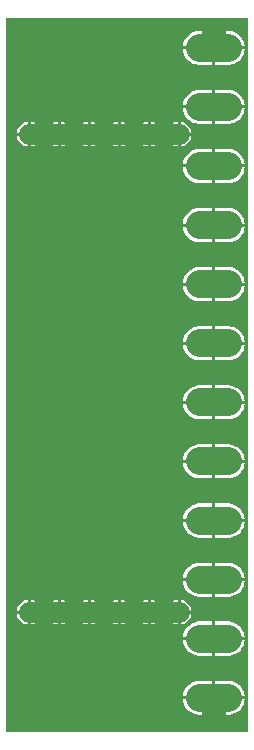
<source format=gbr>
G04 EAGLE Gerber RS-274X export*
G75*
%MOMM*%
%FSLAX34Y34*%
%LPD*%
%INTop Copper*%
%IPPOS*%
%AMOC8*
5,1,8,0,0,1.08239X$1,22.5*%
G01*
%ADD10C,2.380000*%
%ADD11P,1.649562X8X112.500000*%
%ADD12C,1.800000*%
%ADD13C,2.000000*%

G36*
X214270Y10172D02*
X214270Y10172D01*
X214336Y10174D01*
X214379Y10192D01*
X214426Y10200D01*
X214483Y10234D01*
X214543Y10259D01*
X214578Y10290D01*
X214619Y10315D01*
X214661Y10366D01*
X214709Y10410D01*
X214731Y10452D01*
X214760Y10489D01*
X214781Y10551D01*
X214812Y10610D01*
X214820Y10664D01*
X214832Y10701D01*
X214831Y10741D01*
X214839Y10795D01*
X214839Y614205D01*
X214828Y614270D01*
X214826Y614336D01*
X214808Y614379D01*
X214800Y614426D01*
X214766Y614483D01*
X214741Y614543D01*
X214710Y614578D01*
X214685Y614619D01*
X214634Y614661D01*
X214590Y614709D01*
X214548Y614731D01*
X214511Y614760D01*
X214449Y614781D01*
X214390Y614812D01*
X214336Y614820D01*
X214299Y614832D01*
X214259Y614831D01*
X214205Y614839D01*
X10795Y614839D01*
X10730Y614828D01*
X10664Y614826D01*
X10621Y614808D01*
X10574Y614800D01*
X10517Y614766D01*
X10457Y614741D01*
X10422Y614710D01*
X10381Y614685D01*
X10339Y614634D01*
X10291Y614590D01*
X10269Y614548D01*
X10240Y614511D01*
X10219Y614449D01*
X10188Y614390D01*
X10180Y614336D01*
X10168Y614299D01*
X10169Y614259D01*
X10161Y614205D01*
X10161Y10795D01*
X10172Y10730D01*
X10174Y10664D01*
X10192Y10621D01*
X10200Y10574D01*
X10234Y10517D01*
X10259Y10457D01*
X10290Y10422D01*
X10315Y10381D01*
X10366Y10339D01*
X10410Y10291D01*
X10452Y10269D01*
X10489Y10240D01*
X10551Y10219D01*
X10610Y10188D01*
X10664Y10180D01*
X10701Y10168D01*
X10741Y10169D01*
X10795Y10161D01*
X214205Y10161D01*
X214270Y10172D01*
G37*
%LPC*%
G36*
X187269Y590869D02*
X187269Y590869D01*
X187269Y604041D01*
X199037Y604041D01*
X201281Y603685D01*
X203443Y602983D01*
X205469Y601951D01*
X207308Y600615D01*
X208915Y599008D01*
X210251Y597169D01*
X211283Y595143D01*
X211985Y592981D01*
X212320Y590869D01*
X187269Y590869D01*
G37*
%LPD*%
%LPC*%
G36*
X187269Y90669D02*
X187269Y90669D01*
X187269Y103841D01*
X199037Y103841D01*
X201281Y103485D01*
X203443Y102783D01*
X205469Y101751D01*
X207308Y100415D01*
X208915Y98808D01*
X210251Y96969D01*
X211283Y94943D01*
X211985Y92781D01*
X212320Y90669D01*
X187269Y90669D01*
G37*
%LPD*%
%LPC*%
G36*
X187269Y490769D02*
X187269Y490769D01*
X187269Y503941D01*
X199037Y503941D01*
X201281Y503585D01*
X203443Y502883D01*
X205469Y501851D01*
X207308Y500515D01*
X208915Y498908D01*
X210251Y497069D01*
X211283Y495043D01*
X211985Y492881D01*
X212320Y490769D01*
X187269Y490769D01*
G37*
%LPD*%
%LPC*%
G36*
X187269Y240669D02*
X187269Y240669D01*
X187269Y253841D01*
X199037Y253841D01*
X201281Y253485D01*
X203443Y252783D01*
X205469Y251751D01*
X207308Y250415D01*
X208915Y248808D01*
X210251Y246969D01*
X211283Y244943D01*
X211985Y242781D01*
X212320Y240669D01*
X187269Y240669D01*
G37*
%LPD*%
%LPC*%
G36*
X187269Y190569D02*
X187269Y190569D01*
X187269Y203741D01*
X199037Y203741D01*
X201281Y203385D01*
X203443Y202683D01*
X205469Y201651D01*
X207308Y200315D01*
X208915Y198708D01*
X210251Y196869D01*
X211283Y194843D01*
X211985Y192681D01*
X212320Y190569D01*
X187269Y190569D01*
G37*
%LPD*%
%LPC*%
G36*
X187269Y540869D02*
X187269Y540869D01*
X187269Y554041D01*
X199037Y554041D01*
X201281Y553685D01*
X203443Y552983D01*
X205469Y551951D01*
X207308Y550615D01*
X208915Y549008D01*
X210251Y547169D01*
X211283Y545143D01*
X211985Y542981D01*
X212320Y540869D01*
X187269Y540869D01*
G37*
%LPD*%
%LPC*%
G36*
X187269Y340769D02*
X187269Y340769D01*
X187269Y353941D01*
X199037Y353941D01*
X201281Y353585D01*
X203443Y352883D01*
X205469Y351851D01*
X207308Y350515D01*
X208915Y348908D01*
X210251Y347069D01*
X211283Y345043D01*
X211985Y342881D01*
X212320Y340769D01*
X187269Y340769D01*
G37*
%LPD*%
%LPC*%
G36*
X187269Y40669D02*
X187269Y40669D01*
X187269Y53841D01*
X199037Y53841D01*
X201281Y53485D01*
X203443Y52783D01*
X205469Y51751D01*
X207308Y50415D01*
X208915Y48808D01*
X210251Y46969D01*
X211283Y44943D01*
X211985Y42781D01*
X212320Y40669D01*
X187269Y40669D01*
G37*
%LPD*%
%LPC*%
G36*
X187269Y290669D02*
X187269Y290669D01*
X187269Y303841D01*
X199037Y303841D01*
X201281Y303485D01*
X203443Y302783D01*
X205469Y301751D01*
X207308Y300415D01*
X208915Y298808D01*
X210251Y296969D01*
X211283Y294943D01*
X211985Y292781D01*
X212320Y290669D01*
X187269Y290669D01*
G37*
%LPD*%
%LPC*%
G36*
X187269Y440769D02*
X187269Y440769D01*
X187269Y453941D01*
X199037Y453941D01*
X201281Y453585D01*
X203443Y452883D01*
X205469Y451851D01*
X207308Y450515D01*
X208915Y448908D01*
X210251Y447069D01*
X211283Y445043D01*
X211985Y442881D01*
X212320Y440769D01*
X187269Y440769D01*
G37*
%LPD*%
%LPC*%
G36*
X187269Y390769D02*
X187269Y390769D01*
X187269Y403941D01*
X199037Y403941D01*
X201281Y403585D01*
X203443Y402883D01*
X205469Y401851D01*
X207308Y400515D01*
X208915Y398908D01*
X210251Y397069D01*
X211283Y395043D01*
X211985Y392881D01*
X212320Y390769D01*
X187269Y390769D01*
G37*
%LPD*%
%LPC*%
G36*
X187269Y140569D02*
X187269Y140569D01*
X187269Y153741D01*
X199037Y153741D01*
X201281Y153385D01*
X203443Y152683D01*
X205469Y151651D01*
X207308Y150315D01*
X208915Y148708D01*
X210251Y146869D01*
X211283Y144843D01*
X211985Y142681D01*
X212320Y140569D01*
X187269Y140569D01*
G37*
%LPD*%
%LPC*%
G36*
X159680Y590869D02*
X159680Y590869D01*
X160015Y592981D01*
X160717Y595143D01*
X161749Y597169D01*
X163085Y599008D01*
X164692Y600615D01*
X166531Y601951D01*
X168557Y602983D01*
X170719Y603685D01*
X172963Y604041D01*
X184731Y604041D01*
X184731Y590869D01*
X159680Y590869D01*
G37*
%LPD*%
%LPC*%
G36*
X159680Y90669D02*
X159680Y90669D01*
X160015Y92781D01*
X160717Y94943D01*
X161749Y96969D01*
X163085Y98808D01*
X164692Y100415D01*
X166531Y101751D01*
X168557Y102783D01*
X170719Y103485D01*
X172963Y103841D01*
X184731Y103841D01*
X184731Y90669D01*
X159680Y90669D01*
G37*
%LPD*%
%LPC*%
G36*
X159680Y140569D02*
X159680Y140569D01*
X160015Y142681D01*
X160717Y144843D01*
X161749Y146869D01*
X163085Y148708D01*
X164692Y150315D01*
X166531Y151651D01*
X168557Y152683D01*
X170719Y153385D01*
X172963Y153741D01*
X184731Y153741D01*
X184731Y140569D01*
X159680Y140569D01*
G37*
%LPD*%
%LPC*%
G36*
X159680Y190569D02*
X159680Y190569D01*
X160015Y192681D01*
X160717Y194843D01*
X161749Y196869D01*
X163085Y198708D01*
X164692Y200315D01*
X166531Y201651D01*
X168557Y202683D01*
X170719Y203385D01*
X172963Y203741D01*
X184731Y203741D01*
X184731Y190569D01*
X159680Y190569D01*
G37*
%LPD*%
%LPC*%
G36*
X159680Y540869D02*
X159680Y540869D01*
X160015Y542981D01*
X160717Y545143D01*
X161749Y547169D01*
X163085Y549008D01*
X164692Y550615D01*
X166531Y551951D01*
X168557Y552983D01*
X170719Y553685D01*
X172963Y554041D01*
X184731Y554041D01*
X184731Y540869D01*
X159680Y540869D01*
G37*
%LPD*%
%LPC*%
G36*
X159680Y240669D02*
X159680Y240669D01*
X160015Y242781D01*
X160717Y244943D01*
X161749Y246969D01*
X163085Y248808D01*
X164692Y250415D01*
X166531Y251751D01*
X168557Y252783D01*
X170719Y253485D01*
X172963Y253841D01*
X184731Y253841D01*
X184731Y240669D01*
X159680Y240669D01*
G37*
%LPD*%
%LPC*%
G36*
X159680Y440769D02*
X159680Y440769D01*
X160015Y442881D01*
X160717Y445043D01*
X161749Y447069D01*
X163085Y448908D01*
X164692Y450515D01*
X166531Y451851D01*
X168557Y452883D01*
X170719Y453585D01*
X172963Y453941D01*
X184731Y453941D01*
X184731Y440769D01*
X159680Y440769D01*
G37*
%LPD*%
%LPC*%
G36*
X159680Y390769D02*
X159680Y390769D01*
X160015Y392881D01*
X160717Y395043D01*
X161749Y397069D01*
X163085Y398908D01*
X164692Y400515D01*
X166531Y401851D01*
X168557Y402883D01*
X170719Y403585D01*
X172963Y403941D01*
X184731Y403941D01*
X184731Y390769D01*
X159680Y390769D01*
G37*
%LPD*%
%LPC*%
G36*
X159680Y290669D02*
X159680Y290669D01*
X160015Y292781D01*
X160717Y294943D01*
X161749Y296969D01*
X163085Y298808D01*
X164692Y300415D01*
X166531Y301751D01*
X168557Y302783D01*
X170719Y303485D01*
X172963Y303841D01*
X184731Y303841D01*
X184731Y290669D01*
X159680Y290669D01*
G37*
%LPD*%
%LPC*%
G36*
X159680Y340769D02*
X159680Y340769D01*
X160015Y342881D01*
X160717Y345043D01*
X161749Y347069D01*
X163085Y348908D01*
X164692Y350515D01*
X166531Y351851D01*
X168557Y352883D01*
X170719Y353585D01*
X172963Y353941D01*
X184731Y353941D01*
X184731Y340769D01*
X159680Y340769D01*
G37*
%LPD*%
%LPC*%
G36*
X159680Y40669D02*
X159680Y40669D01*
X160015Y42781D01*
X160717Y44943D01*
X161749Y46969D01*
X163085Y48808D01*
X164692Y50415D01*
X166531Y51751D01*
X168557Y52783D01*
X170719Y53485D01*
X172963Y53841D01*
X184731Y53841D01*
X184731Y40669D01*
X159680Y40669D01*
G37*
%LPD*%
%LPC*%
G36*
X159680Y490769D02*
X159680Y490769D01*
X160015Y492881D01*
X160717Y495043D01*
X161749Y497069D01*
X163085Y498908D01*
X164692Y500515D01*
X166531Y501851D01*
X168557Y502883D01*
X170719Y503585D01*
X172963Y503941D01*
X184731Y503941D01*
X184731Y490769D01*
X159680Y490769D01*
G37*
%LPD*%
%LPC*%
G36*
X187269Y425059D02*
X187269Y425059D01*
X187269Y438231D01*
X212320Y438231D01*
X211985Y436119D01*
X211283Y433957D01*
X210251Y431931D01*
X208915Y430092D01*
X207308Y428485D01*
X205469Y427149D01*
X203443Y426117D01*
X201281Y425415D01*
X199037Y425059D01*
X187269Y425059D01*
G37*
%LPD*%
%LPC*%
G36*
X187269Y575159D02*
X187269Y575159D01*
X187269Y588331D01*
X212320Y588331D01*
X211985Y586219D01*
X211283Y584057D01*
X210251Y582031D01*
X208915Y580192D01*
X207308Y578585D01*
X205469Y577249D01*
X203443Y576217D01*
X201281Y575515D01*
X199037Y575159D01*
X187269Y575159D01*
G37*
%LPD*%
%LPC*%
G36*
X187269Y525159D02*
X187269Y525159D01*
X187269Y538331D01*
X212320Y538331D01*
X211985Y536219D01*
X211283Y534057D01*
X210251Y532031D01*
X208915Y530192D01*
X207308Y528585D01*
X205469Y527249D01*
X203443Y526217D01*
X201281Y525515D01*
X199037Y525159D01*
X187269Y525159D01*
G37*
%LPD*%
%LPC*%
G36*
X187269Y74959D02*
X187269Y74959D01*
X187269Y88131D01*
X212320Y88131D01*
X211985Y86019D01*
X211283Y83857D01*
X210251Y81831D01*
X208915Y79992D01*
X207308Y78385D01*
X205469Y77049D01*
X203443Y76017D01*
X201281Y75315D01*
X199037Y74959D01*
X187269Y74959D01*
G37*
%LPD*%
%LPC*%
G36*
X187269Y24959D02*
X187269Y24959D01*
X187269Y38131D01*
X212320Y38131D01*
X211985Y36019D01*
X211283Y33857D01*
X210251Y31831D01*
X208915Y29992D01*
X207308Y28385D01*
X205469Y27049D01*
X203443Y26017D01*
X201281Y25315D01*
X199037Y24959D01*
X187269Y24959D01*
G37*
%LPD*%
%LPC*%
G36*
X187269Y174859D02*
X187269Y174859D01*
X187269Y188031D01*
X212320Y188031D01*
X211985Y185919D01*
X211283Y183757D01*
X210251Y181731D01*
X208915Y179892D01*
X207308Y178285D01*
X205469Y176949D01*
X203443Y175917D01*
X201281Y175215D01*
X199037Y174859D01*
X187269Y174859D01*
G37*
%LPD*%
%LPC*%
G36*
X187269Y325059D02*
X187269Y325059D01*
X187269Y338231D01*
X212320Y338231D01*
X211985Y336119D01*
X211283Y333957D01*
X210251Y331931D01*
X208915Y330092D01*
X207308Y328485D01*
X205469Y327149D01*
X203443Y326117D01*
X201281Y325415D01*
X199037Y325059D01*
X187269Y325059D01*
G37*
%LPD*%
%LPC*%
G36*
X187269Y224959D02*
X187269Y224959D01*
X187269Y238131D01*
X212320Y238131D01*
X211985Y236019D01*
X211283Y233857D01*
X210251Y231831D01*
X208915Y229992D01*
X207308Y228385D01*
X205469Y227049D01*
X203443Y226017D01*
X201281Y225315D01*
X199037Y224959D01*
X187269Y224959D01*
G37*
%LPD*%
%LPC*%
G36*
X187269Y375059D02*
X187269Y375059D01*
X187269Y388231D01*
X212320Y388231D01*
X211985Y386119D01*
X211283Y383957D01*
X210251Y381931D01*
X208915Y380092D01*
X207308Y378485D01*
X205469Y377149D01*
X203443Y376117D01*
X201281Y375415D01*
X199037Y375059D01*
X187269Y375059D01*
G37*
%LPD*%
%LPC*%
G36*
X187269Y124859D02*
X187269Y124859D01*
X187269Y138031D01*
X212320Y138031D01*
X211985Y135919D01*
X211283Y133757D01*
X210251Y131731D01*
X208915Y129892D01*
X207308Y128285D01*
X205469Y126949D01*
X203443Y125917D01*
X201281Y125215D01*
X199037Y124859D01*
X187269Y124859D01*
G37*
%LPD*%
%LPC*%
G36*
X187269Y475059D02*
X187269Y475059D01*
X187269Y488231D01*
X212320Y488231D01*
X211985Y486119D01*
X211283Y483957D01*
X210251Y481931D01*
X208915Y480092D01*
X207308Y478485D01*
X205469Y477149D01*
X203443Y476117D01*
X201281Y475415D01*
X199037Y475059D01*
X187269Y475059D01*
G37*
%LPD*%
%LPC*%
G36*
X187269Y274959D02*
X187269Y274959D01*
X187269Y288131D01*
X212320Y288131D01*
X211985Y286019D01*
X211283Y283857D01*
X210251Y281831D01*
X208915Y279992D01*
X207308Y278385D01*
X205469Y277049D01*
X203443Y276017D01*
X201281Y275315D01*
X199037Y274959D01*
X187269Y274959D01*
G37*
%LPD*%
%LPC*%
G36*
X172963Y575159D02*
X172963Y575159D01*
X170719Y575515D01*
X168557Y576217D01*
X166531Y577249D01*
X164692Y578585D01*
X163085Y580192D01*
X161749Y582031D01*
X160717Y584057D01*
X160015Y586219D01*
X159680Y588331D01*
X184731Y588331D01*
X184731Y575159D01*
X172963Y575159D01*
G37*
%LPD*%
%LPC*%
G36*
X172963Y425059D02*
X172963Y425059D01*
X170719Y425415D01*
X168557Y426117D01*
X166531Y427149D01*
X164692Y428485D01*
X163085Y430092D01*
X161749Y431931D01*
X160717Y433957D01*
X160015Y436119D01*
X159680Y438231D01*
X184731Y438231D01*
X184731Y425059D01*
X172963Y425059D01*
G37*
%LPD*%
%LPC*%
G36*
X172963Y74959D02*
X172963Y74959D01*
X170719Y75315D01*
X168557Y76017D01*
X166531Y77049D01*
X164692Y78385D01*
X163085Y79992D01*
X161749Y81831D01*
X160717Y83857D01*
X160015Y86019D01*
X159680Y88131D01*
X184731Y88131D01*
X184731Y74959D01*
X172963Y74959D01*
G37*
%LPD*%
%LPC*%
G36*
X172963Y174859D02*
X172963Y174859D01*
X170719Y175215D01*
X168557Y175917D01*
X166531Y176949D01*
X164692Y178285D01*
X163085Y179892D01*
X161749Y181731D01*
X160717Y183757D01*
X160015Y185919D01*
X159680Y188031D01*
X184731Y188031D01*
X184731Y174859D01*
X172963Y174859D01*
G37*
%LPD*%
%LPC*%
G36*
X172963Y375059D02*
X172963Y375059D01*
X170719Y375415D01*
X168557Y376117D01*
X166531Y377149D01*
X164692Y378485D01*
X163085Y380092D01*
X161749Y381931D01*
X160717Y383957D01*
X160015Y386119D01*
X159680Y388231D01*
X184731Y388231D01*
X184731Y375059D01*
X172963Y375059D01*
G37*
%LPD*%
%LPC*%
G36*
X172963Y224959D02*
X172963Y224959D01*
X170719Y225315D01*
X168557Y226017D01*
X166531Y227049D01*
X164692Y228385D01*
X163085Y229992D01*
X161749Y231831D01*
X160717Y233857D01*
X160015Y236019D01*
X159680Y238131D01*
X184731Y238131D01*
X184731Y224959D01*
X172963Y224959D01*
G37*
%LPD*%
%LPC*%
G36*
X172963Y24959D02*
X172963Y24959D01*
X170719Y25315D01*
X168557Y26017D01*
X166531Y27049D01*
X164692Y28385D01*
X163085Y29992D01*
X161749Y31831D01*
X160717Y33857D01*
X160015Y36019D01*
X159680Y38131D01*
X184731Y38131D01*
X184731Y24959D01*
X172963Y24959D01*
G37*
%LPD*%
%LPC*%
G36*
X172963Y325059D02*
X172963Y325059D01*
X170719Y325415D01*
X168557Y326117D01*
X166531Y327149D01*
X164692Y328485D01*
X163085Y330092D01*
X161749Y331931D01*
X160717Y333957D01*
X160015Y336119D01*
X159680Y338231D01*
X184731Y338231D01*
X184731Y325059D01*
X172963Y325059D01*
G37*
%LPD*%
%LPC*%
G36*
X172963Y274959D02*
X172963Y274959D01*
X170719Y275315D01*
X168557Y276017D01*
X166531Y277049D01*
X164692Y278385D01*
X163085Y279992D01*
X161749Y281831D01*
X160717Y283857D01*
X160015Y286019D01*
X159680Y288131D01*
X184731Y288131D01*
X184731Y274959D01*
X172963Y274959D01*
G37*
%LPD*%
%LPC*%
G36*
X172963Y475059D02*
X172963Y475059D01*
X170719Y475415D01*
X168557Y476117D01*
X166531Y477149D01*
X164692Y478485D01*
X163085Y480092D01*
X161749Y481931D01*
X160717Y483957D01*
X160015Y486119D01*
X159680Y488231D01*
X184731Y488231D01*
X184731Y475059D01*
X172963Y475059D01*
G37*
%LPD*%
%LPC*%
G36*
X172963Y525159D02*
X172963Y525159D01*
X170719Y525515D01*
X168557Y526217D01*
X166531Y527249D01*
X164692Y528585D01*
X163085Y530192D01*
X161749Y532031D01*
X160717Y534057D01*
X160015Y536219D01*
X159680Y538331D01*
X184731Y538331D01*
X184731Y525159D01*
X172963Y525159D01*
G37*
%LPD*%
%LPC*%
G36*
X172963Y124859D02*
X172963Y124859D01*
X170719Y125215D01*
X168557Y125917D01*
X166531Y126949D01*
X164692Y128285D01*
X163085Y129892D01*
X161749Y131731D01*
X160717Y133757D01*
X160015Y135919D01*
X159680Y138031D01*
X184731Y138031D01*
X184731Y124859D01*
X172963Y124859D01*
G37*
%LPD*%
%LPC*%
G36*
X56569Y517469D02*
X56569Y517469D01*
X56569Y526361D01*
X59509Y526361D01*
X65461Y520409D01*
X65461Y517469D01*
X56569Y517469D01*
G37*
%LPD*%
%LPC*%
G36*
X107369Y517469D02*
X107369Y517469D01*
X107369Y526361D01*
X110309Y526361D01*
X116261Y520409D01*
X116261Y517469D01*
X107369Y517469D01*
G37*
%LPD*%
%LPC*%
G36*
X31169Y517469D02*
X31169Y517469D01*
X31169Y526361D01*
X34109Y526361D01*
X40061Y520409D01*
X40061Y517469D01*
X31169Y517469D01*
G37*
%LPD*%
%LPC*%
G36*
X132769Y517469D02*
X132769Y517469D01*
X132769Y526361D01*
X135709Y526361D01*
X141661Y520409D01*
X141661Y517469D01*
X132769Y517469D01*
G37*
%LPD*%
%LPC*%
G36*
X158169Y517469D02*
X158169Y517469D01*
X158169Y526361D01*
X161109Y526361D01*
X167061Y520409D01*
X167061Y517469D01*
X158169Y517469D01*
G37*
%LPD*%
%LPC*%
G36*
X81969Y517469D02*
X81969Y517469D01*
X81969Y526361D01*
X84909Y526361D01*
X90861Y520409D01*
X90861Y517469D01*
X81969Y517469D01*
G37*
%LPD*%
%LPC*%
G36*
X158169Y112869D02*
X158169Y112869D01*
X158169Y121761D01*
X161109Y121761D01*
X167061Y115809D01*
X167061Y112869D01*
X158169Y112869D01*
G37*
%LPD*%
%LPC*%
G36*
X56569Y112869D02*
X56569Y112869D01*
X56569Y121761D01*
X59509Y121761D01*
X65461Y115809D01*
X65461Y112869D01*
X56569Y112869D01*
G37*
%LPD*%
%LPC*%
G36*
X107369Y112869D02*
X107369Y112869D01*
X107369Y121761D01*
X110309Y121761D01*
X116261Y115809D01*
X116261Y112869D01*
X107369Y112869D01*
G37*
%LPD*%
%LPC*%
G36*
X81969Y112869D02*
X81969Y112869D01*
X81969Y121761D01*
X84909Y121761D01*
X90861Y115809D01*
X90861Y112869D01*
X81969Y112869D01*
G37*
%LPD*%
%LPC*%
G36*
X31169Y112869D02*
X31169Y112869D01*
X31169Y121761D01*
X34109Y121761D01*
X40061Y115809D01*
X40061Y112869D01*
X31169Y112869D01*
G37*
%LPD*%
%LPC*%
G36*
X132769Y112869D02*
X132769Y112869D01*
X132769Y121761D01*
X135709Y121761D01*
X141661Y115809D01*
X141661Y112869D01*
X132769Y112869D01*
G37*
%LPD*%
%LPC*%
G36*
X56569Y110331D02*
X56569Y110331D01*
X65461Y110331D01*
X65461Y107391D01*
X59509Y101439D01*
X56569Y101439D01*
X56569Y110331D01*
G37*
%LPD*%
%LPC*%
G36*
X81969Y110331D02*
X81969Y110331D01*
X90861Y110331D01*
X90861Y107391D01*
X84909Y101439D01*
X81969Y101439D01*
X81969Y110331D01*
G37*
%LPD*%
%LPC*%
G36*
X107369Y110331D02*
X107369Y110331D01*
X116261Y110331D01*
X116261Y107391D01*
X110309Y101439D01*
X107369Y101439D01*
X107369Y110331D01*
G37*
%LPD*%
%LPC*%
G36*
X132769Y110331D02*
X132769Y110331D01*
X141661Y110331D01*
X141661Y107391D01*
X135709Y101439D01*
X132769Y101439D01*
X132769Y110331D01*
G37*
%LPD*%
%LPC*%
G36*
X158169Y110331D02*
X158169Y110331D01*
X167061Y110331D01*
X167061Y107391D01*
X161109Y101439D01*
X158169Y101439D01*
X158169Y110331D01*
G37*
%LPD*%
%LPC*%
G36*
X31169Y110331D02*
X31169Y110331D01*
X40061Y110331D01*
X40061Y107391D01*
X34109Y101439D01*
X31169Y101439D01*
X31169Y110331D01*
G37*
%LPD*%
%LPC*%
G36*
X19739Y517469D02*
X19739Y517469D01*
X19739Y520409D01*
X25691Y526361D01*
X28631Y526361D01*
X28631Y517469D01*
X19739Y517469D01*
G37*
%LPD*%
%LPC*%
G36*
X146739Y517469D02*
X146739Y517469D01*
X146739Y520409D01*
X152691Y526361D01*
X155631Y526361D01*
X155631Y517469D01*
X146739Y517469D01*
G37*
%LPD*%
%LPC*%
G36*
X121339Y517469D02*
X121339Y517469D01*
X121339Y520409D01*
X127291Y526361D01*
X130231Y526361D01*
X130231Y517469D01*
X121339Y517469D01*
G37*
%LPD*%
%LPC*%
G36*
X95939Y517469D02*
X95939Y517469D01*
X95939Y520409D01*
X101891Y526361D01*
X104831Y526361D01*
X104831Y517469D01*
X95939Y517469D01*
G37*
%LPD*%
%LPC*%
G36*
X146739Y112869D02*
X146739Y112869D01*
X146739Y115809D01*
X152691Y121761D01*
X155631Y121761D01*
X155631Y112869D01*
X146739Y112869D01*
G37*
%LPD*%
%LPC*%
G36*
X121339Y112869D02*
X121339Y112869D01*
X121339Y115809D01*
X127291Y121761D01*
X130231Y121761D01*
X130231Y112869D01*
X121339Y112869D01*
G37*
%LPD*%
%LPC*%
G36*
X95939Y112869D02*
X95939Y112869D01*
X95939Y115809D01*
X101891Y121761D01*
X104831Y121761D01*
X104831Y112869D01*
X95939Y112869D01*
G37*
%LPD*%
%LPC*%
G36*
X70539Y112869D02*
X70539Y112869D01*
X70539Y115809D01*
X76491Y121761D01*
X79431Y121761D01*
X79431Y112869D01*
X70539Y112869D01*
G37*
%LPD*%
%LPC*%
G36*
X45139Y112869D02*
X45139Y112869D01*
X45139Y115809D01*
X51091Y121761D01*
X54031Y121761D01*
X54031Y112869D01*
X45139Y112869D01*
G37*
%LPD*%
%LPC*%
G36*
X19739Y112869D02*
X19739Y112869D01*
X19739Y115809D01*
X25691Y121761D01*
X28631Y121761D01*
X28631Y112869D01*
X19739Y112869D01*
G37*
%LPD*%
%LPC*%
G36*
X45139Y517469D02*
X45139Y517469D01*
X45139Y520409D01*
X51091Y526361D01*
X54031Y526361D01*
X54031Y517469D01*
X45139Y517469D01*
G37*
%LPD*%
%LPC*%
G36*
X70539Y517469D02*
X70539Y517469D01*
X70539Y520409D01*
X76491Y526361D01*
X79431Y526361D01*
X79431Y517469D01*
X70539Y517469D01*
G37*
%LPD*%
%LPC*%
G36*
X158169Y506039D02*
X158169Y506039D01*
X158169Y514931D01*
X167061Y514931D01*
X167061Y511991D01*
X161109Y506039D01*
X158169Y506039D01*
G37*
%LPD*%
%LPC*%
G36*
X31169Y506039D02*
X31169Y506039D01*
X31169Y514931D01*
X40061Y514931D01*
X40061Y511991D01*
X34109Y506039D01*
X31169Y506039D01*
G37*
%LPD*%
%LPC*%
G36*
X56569Y506039D02*
X56569Y506039D01*
X56569Y514931D01*
X65461Y514931D01*
X65461Y511991D01*
X59509Y506039D01*
X56569Y506039D01*
G37*
%LPD*%
%LPC*%
G36*
X81969Y506039D02*
X81969Y506039D01*
X81969Y514931D01*
X90861Y514931D01*
X90861Y511991D01*
X84909Y506039D01*
X81969Y506039D01*
G37*
%LPD*%
%LPC*%
G36*
X107369Y506039D02*
X107369Y506039D01*
X107369Y514931D01*
X116261Y514931D01*
X116261Y511991D01*
X110309Y506039D01*
X107369Y506039D01*
G37*
%LPD*%
%LPC*%
G36*
X132769Y506039D02*
X132769Y506039D01*
X132769Y514931D01*
X141661Y514931D01*
X141661Y511991D01*
X135709Y506039D01*
X132769Y506039D01*
G37*
%LPD*%
%LPC*%
G36*
X101891Y506039D02*
X101891Y506039D01*
X95939Y511991D01*
X95939Y514931D01*
X104831Y514931D01*
X104831Y506039D01*
X101891Y506039D01*
G37*
%LPD*%
%LPC*%
G36*
X127291Y506039D02*
X127291Y506039D01*
X121339Y511991D01*
X121339Y514931D01*
X130231Y514931D01*
X130231Y506039D01*
X127291Y506039D01*
G37*
%LPD*%
%LPC*%
G36*
X152691Y506039D02*
X152691Y506039D01*
X146739Y511991D01*
X146739Y514931D01*
X155631Y514931D01*
X155631Y506039D01*
X152691Y506039D01*
G37*
%LPD*%
%LPC*%
G36*
X101891Y101439D02*
X101891Y101439D01*
X95939Y107391D01*
X95939Y110331D01*
X104831Y110331D01*
X104831Y101439D01*
X101891Y101439D01*
G37*
%LPD*%
%LPC*%
G36*
X152691Y101439D02*
X152691Y101439D01*
X146739Y107391D01*
X146739Y110331D01*
X155631Y110331D01*
X155631Y101439D01*
X152691Y101439D01*
G37*
%LPD*%
%LPC*%
G36*
X127291Y101439D02*
X127291Y101439D01*
X121339Y107391D01*
X121339Y110331D01*
X130231Y110331D01*
X130231Y101439D01*
X127291Y101439D01*
G37*
%LPD*%
%LPC*%
G36*
X76491Y101439D02*
X76491Y101439D01*
X70539Y107391D01*
X70539Y110331D01*
X79431Y110331D01*
X79431Y101439D01*
X76491Y101439D01*
G37*
%LPD*%
%LPC*%
G36*
X51091Y101439D02*
X51091Y101439D01*
X45139Y107391D01*
X45139Y110331D01*
X54031Y110331D01*
X54031Y101439D01*
X51091Y101439D01*
G37*
%LPD*%
%LPC*%
G36*
X76491Y506039D02*
X76491Y506039D01*
X70539Y511991D01*
X70539Y514931D01*
X79431Y514931D01*
X79431Y506039D01*
X76491Y506039D01*
G37*
%LPD*%
%LPC*%
G36*
X25691Y101439D02*
X25691Y101439D01*
X19739Y107391D01*
X19739Y110331D01*
X28631Y110331D01*
X28631Y101439D01*
X25691Y101439D01*
G37*
%LPD*%
%LPC*%
G36*
X25691Y506039D02*
X25691Y506039D01*
X19739Y511991D01*
X19739Y514931D01*
X28631Y514931D01*
X28631Y506039D01*
X25691Y506039D01*
G37*
%LPD*%
%LPC*%
G36*
X51091Y506039D02*
X51091Y506039D01*
X45139Y511991D01*
X45139Y514931D01*
X54031Y514931D01*
X54031Y506039D01*
X51091Y506039D01*
G37*
%LPD*%
%LPC*%
G36*
X55299Y111599D02*
X55299Y111599D01*
X55299Y111601D01*
X55301Y111601D01*
X55301Y111599D01*
X55299Y111599D01*
G37*
%LPD*%
%LPC*%
G36*
X29899Y111599D02*
X29899Y111599D01*
X29899Y111601D01*
X29901Y111601D01*
X29901Y111599D01*
X29899Y111599D01*
G37*
%LPD*%
%LPC*%
G36*
X185999Y239399D02*
X185999Y239399D01*
X185999Y239401D01*
X186001Y239401D01*
X186001Y239399D01*
X185999Y239399D01*
G37*
%LPD*%
%LPC*%
G36*
X185999Y139299D02*
X185999Y139299D01*
X185999Y139301D01*
X186001Y139301D01*
X186001Y139299D01*
X185999Y139299D01*
G37*
%LPD*%
%LPC*%
G36*
X185999Y489499D02*
X185999Y489499D01*
X185999Y489501D01*
X186001Y489501D01*
X186001Y489499D01*
X185999Y489499D01*
G37*
%LPD*%
%LPC*%
G36*
X80699Y516199D02*
X80699Y516199D01*
X80699Y516201D01*
X80701Y516201D01*
X80701Y516199D01*
X80699Y516199D01*
G37*
%LPD*%
%LPC*%
G36*
X185999Y439499D02*
X185999Y439499D01*
X185999Y439501D01*
X186001Y439501D01*
X186001Y439499D01*
X185999Y439499D01*
G37*
%LPD*%
%LPC*%
G36*
X185999Y389499D02*
X185999Y389499D01*
X185999Y389501D01*
X186001Y389501D01*
X186001Y389499D01*
X185999Y389499D01*
G37*
%LPD*%
%LPC*%
G36*
X185999Y339499D02*
X185999Y339499D01*
X185999Y339501D01*
X186001Y339501D01*
X186001Y339499D01*
X185999Y339499D01*
G37*
%LPD*%
%LPC*%
G36*
X185999Y189299D02*
X185999Y189299D01*
X185999Y189301D01*
X186001Y189301D01*
X186001Y189299D01*
X185999Y189299D01*
G37*
%LPD*%
%LPC*%
G36*
X185999Y539599D02*
X185999Y539599D01*
X185999Y539601D01*
X186001Y539601D01*
X186001Y539599D01*
X185999Y539599D01*
G37*
%LPD*%
%LPC*%
G36*
X185999Y289399D02*
X185999Y289399D01*
X185999Y289401D01*
X186001Y289401D01*
X186001Y289399D01*
X185999Y289399D01*
G37*
%LPD*%
%LPC*%
G36*
X156899Y111599D02*
X156899Y111599D01*
X156899Y111601D01*
X156901Y111601D01*
X156901Y111599D01*
X156899Y111599D01*
G37*
%LPD*%
%LPC*%
G36*
X131499Y111599D02*
X131499Y111599D01*
X131499Y111601D01*
X131501Y111601D01*
X131501Y111599D01*
X131499Y111599D01*
G37*
%LPD*%
%LPC*%
G36*
X106099Y516199D02*
X106099Y516199D01*
X106099Y516201D01*
X106101Y516201D01*
X106101Y516199D01*
X106099Y516199D01*
G37*
%LPD*%
%LPC*%
G36*
X185999Y589599D02*
X185999Y589599D01*
X185999Y589601D01*
X186001Y589601D01*
X186001Y589599D01*
X185999Y589599D01*
G37*
%LPD*%
%LPC*%
G36*
X185999Y89399D02*
X185999Y89399D01*
X185999Y89401D01*
X186001Y89401D01*
X186001Y89399D01*
X185999Y89399D01*
G37*
%LPD*%
%LPC*%
G36*
X156899Y516199D02*
X156899Y516199D01*
X156899Y516201D01*
X156901Y516201D01*
X156901Y516199D01*
X156899Y516199D01*
G37*
%LPD*%
%LPC*%
G36*
X29899Y516199D02*
X29899Y516199D01*
X29899Y516201D01*
X29901Y516201D01*
X29901Y516199D01*
X29899Y516199D01*
G37*
%LPD*%
%LPC*%
G36*
X55299Y516199D02*
X55299Y516199D01*
X55299Y516201D01*
X55301Y516201D01*
X55301Y516199D01*
X55299Y516199D01*
G37*
%LPD*%
%LPC*%
G36*
X106099Y111599D02*
X106099Y111599D01*
X106099Y111601D01*
X106101Y111601D01*
X106101Y111599D01*
X106099Y111599D01*
G37*
%LPD*%
%LPC*%
G36*
X185999Y39399D02*
X185999Y39399D01*
X185999Y39401D01*
X186001Y39401D01*
X186001Y39399D01*
X185999Y39399D01*
G37*
%LPD*%
%LPC*%
G36*
X80699Y111599D02*
X80699Y111599D01*
X80699Y111601D01*
X80701Y111601D01*
X80701Y111599D01*
X80699Y111599D01*
G37*
%LPD*%
%LPC*%
G36*
X131499Y516199D02*
X131499Y516199D01*
X131499Y516201D01*
X131501Y516201D01*
X131501Y516199D01*
X131499Y516199D01*
G37*
%LPD*%
D10*
X197900Y89400D02*
X174100Y89400D01*
X174100Y39400D02*
X197900Y39400D01*
X197900Y189300D02*
X174100Y189300D01*
X174100Y139300D02*
X197900Y139300D01*
X197900Y289400D02*
X174100Y289400D01*
X174100Y239400D02*
X197900Y239400D01*
X197900Y389500D02*
X174100Y389500D01*
X174100Y339500D02*
X197900Y339500D01*
X197900Y489500D02*
X174100Y489500D01*
X174100Y439500D02*
X197900Y439500D01*
X197900Y589600D02*
X174100Y589600D01*
X174100Y539600D02*
X197900Y539600D01*
D11*
X29900Y111600D03*
X55300Y111600D03*
X80700Y111600D03*
X106100Y111600D03*
X131500Y111600D03*
X156900Y111600D03*
X29900Y516200D03*
X55300Y516200D03*
X80700Y516200D03*
X106100Y516200D03*
X131500Y516200D03*
X156900Y516200D03*
D12*
X156900Y111600D02*
X29900Y111600D01*
X29900Y516200D02*
X156900Y516200D01*
D13*
X186000Y589600D02*
X186000Y604540D01*
X186300Y604840D01*
X186000Y39400D02*
X186000Y21260D01*
X184900Y20160D01*
M02*

</source>
